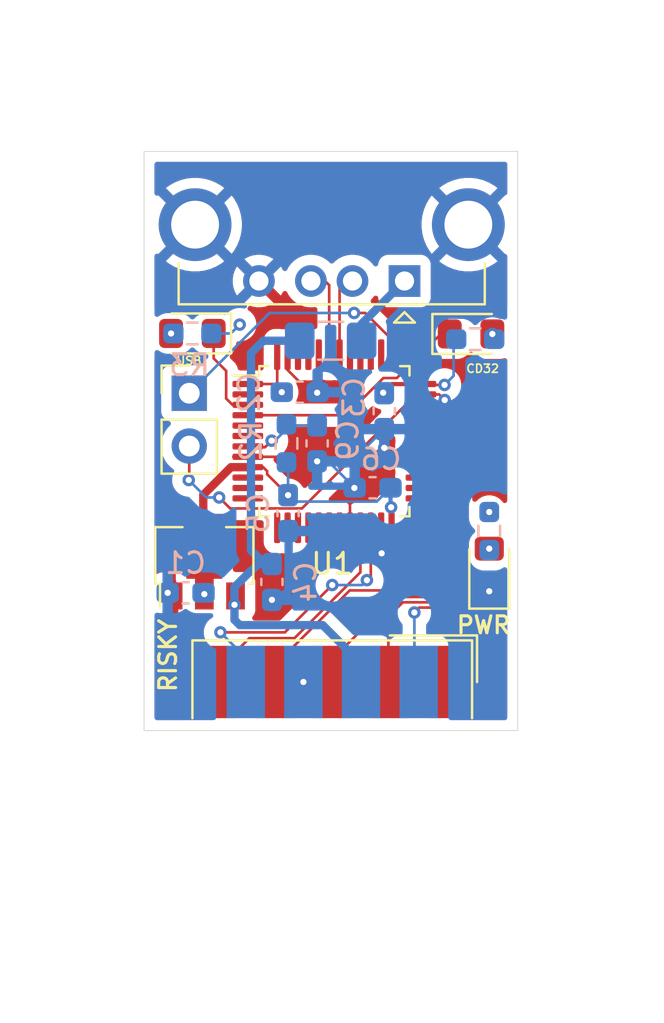
<source format=kicad_pcb>
(kicad_pcb (version 20241229) (generator "pcbnew") (generator_version "9.0")
  (layers (0 "F.Cu" signal "Front") (4 "In1.Cu" signal) (6 "In2.Cu" signal) (2 "B.Cu" signal "Back") (13 "F.Paste" user) (15 "B.Paste" user) (5 "F.SilkS" user "F.Silkscreen") (7 "B.SilkS" user "B.Silkscreen") (1 "F.Mask" user) (3 "B.Mask" user) (25 "Edge.Cuts" user))
  (net 0 "")
  (net 1 "+3.3V")
  (net 2 "GND")
  (net 3 "+5V")
  (net 4 "/NRST")
  (net 5 "Net-(J3-VBUS)")
  (net 6 "/PIN1")
  (net 7 "/PIN2")
  (net 8 "/PIN3")
  (net 9 "/PIN4")
  (net 10 "/PIN5")
  (net 11 "/PIN6")
  (net 12 "/PIN9")
  (net 13 "/SWDIO")
  (net 14 "/SWCLK")
  (net 15 "/USB_DM")
  (net 16 "/USB_DP")
  (net 18 "Net-(D1-A)")
  (net 25 "/LED2")
  (net 26 "Net-(D3-A)")
  (net 27 "unconnected-(U1-OSC_IN_PD0-Pad5)")
  (net 30 "unconnected-(U1-PA2_ADC2-Pad12)")
  (net 40 "/LED1")
  (net 41 "Net-(D2-A)")
  (footprint "LED_SMD:LED_0805_2012Metric_Pad1.15x1.40mm_HandSolder" (layer "F.Cu") (at 123.45 85 180)
    (property "Reference" "D2" (hide yes))
    (property "Value" "LED")
    (fp_line (start 1 -0.96) (end -1.86 -0.96) (stroke (width 0.12)) (layer "F.SilkS"))
    (fp_line (start -1.86 0.96) (end 1 0.96) (stroke (width 0.12)) (layer "F.SilkS"))
    (fp_line (start -1.86 -0.96) (end -1.86 0.96) (stroke (width 0.12)) (layer "F.SilkS"))
    (pad "1" smd roundrect (at -1.025 0 180) (size 1.15 1.4) (layers "F.Cu" "F.Mask" "F.Paste") (roundrect_rratio 0.2173913043) (net 40 "/LED1"))
    (pad "2" smd roundrect (at 1.025 0 180) (size 1.15 1.4) (layers "F.Cu" "F.Mask" "F.Paste") (roundrect_rratio 0.2173913043) (net 41 "Net-(D2-A)"))
  )
  (footprint "LED_SMD:LED_0805_2012Metric_Pad1.15x1.40mm_HandSolder" (layer "F.Cu") (at 137.725 96.375 90)
    (property "Reference" "D1" (hide yes))
    (property "Value" "LED" (hide yes))
    (fp_line (start 1 -0.96) (end -1.86 -0.96) (stroke (width 0.12)) (layer "F.SilkS"))
    (fp_line (start -1.86 -0.96) (end -1.86 0.96) (stroke (width 0.12)) (layer "F.SilkS"))
    (fp_line (start -1.86 0.96) (end 1 0.96) (stroke (width 0.12)) (layer "F.SilkS"))
    (pad "1" smd roundrect (at -1.025 0 90) (size 1.15 1.4) (layers "F.Cu" "F.Mask" "F.Paste") (roundrect_rratio 0.2173913043) (net 2 "GND"))
    (pad "2" smd roundrect (at 1.025 0 90) (size 1.15 1.4) (layers "F.Cu" "F.Mask" "F.Paste") (roundrect_rratio 0.2173913043) (net 18 "Net-(D1-A)"))
  )
  (footprint "LED_SMD:LED_0805_2012Metric_Pad1.15x1.40mm_HandSolder" (layer "F.Cu") (at 136.85 85.025)
    (property "Reference" "D3" (hide yes))
    (property "Value" "LED" (hide yes))
    (fp_line (start -1.86 -0.96) (end -1.86 0.96) (stroke (width 0.12)) (layer "F.SilkS"))
    (fp_line (start -1.86 0.96) (end 1 0.96) (stroke (width 0.12)) (layer "F.SilkS"))
    (fp_line (start 1 -0.96) (end -1.86 -0.96) (stroke (width 0.12)) (layer "F.SilkS"))
    (pad "1" smd roundrect (at -1.025 0) (size 1.15 1.4) (layers "F.Cu" "F.Mask" "F.Paste") (roundrect_rratio 0.217391) (net 25 "/LED2"))
    (pad "2" smd roundrect (at 1.025 0) (size 1.15 1.4) (layers "F.Cu" "F.Mask" "F.Paste") (roundrect_rratio 0.217391) (net 26 "Net-(D3-A)"))
  )
  (footprint "Connector_USB:USB_A_CONNFLY_DS1095-WNR0" (layer "F.Cu") (at 133.65 82.4775 180)
    (property "Reference" "J3" (hide yes))
    (property "Value" "USB_1" (hide yes))
    (fp_line (start 10.86 0.86) (end 10.86 -1.12) (stroke (width 0.12)) (layer "F.SilkS"))
    (fp_line (start 0.5 -2) (end -0.5 -2) (stroke (width 0.12)) (layer "F.SilkS"))
    (fp_line (start 0 -1.5) (end 0.5 -2) (stroke (width 0.12)) (layer "F.SilkS"))
    (fp_line (start -0.5 -2) (end 0 -1.5) (stroke (width 0.12)) (layer "F.SilkS"))
    (fp_line (start -3.86 -1.12) (end 10.86 -1.12) (stroke (width 0.12)) (layer "F.SilkS"))
    (fp_line (start -3.86 -1.12) (end -3.86 0.86) (stroke (width 0.12)) (layer "F.SilkS"))
    (pad "1" thru_hole rect (at 0 0 180) (size 1.524 1.524) (drill 0.92) (layers "*.Cu" "*.Mask") (net 5 "Net-(J3-VBUS)"))
    (pad "2" thru_hole circle (at 2.5 0 180) (size 1.524 1.524) (drill 0.92) (layers "*.Cu" "*.Mask") (net 15 "/USB_DM"))
    (pad "3" thru_hole circle (at 4.5 0 180) (size 1.524 1.524) (drill 0.92) (layers "*.Cu" "*.Mask") (net 16 "/USB_DP"))
    (pad "4" thru_hole circle (at 7 0 180) (size 1.524 1.524) (drill 0.92) (layers "*.Cu" "*.Mask") (net 2 "GND"))
    (pad "5" thru_hole circle (at -3.07 2.71 180) (size 3.5 3.5) (drill 2.3) (layers "*.Cu" "*.Mask") (net 2 "GND"))
    (pad "5" thru_hole circle (at 10.07 2.71 180) (size 3.5 3.5) (drill 2.3) (layers "*.Cu" "*.Mask") (net 2 "GND"))
  )
  (footprint "Connector_Dsub:DSUB-9_Female_EdgeMount_P2.77mm" (layer "F.Cu") (at 130.175 101.7625)
    (property "Reference" "J1" (hide yes))
    (property "Value" "DE9_Plug" (hide yes))
    (fp_line (start -6.723333 -2) (end -6.723333 1.74) (stroke (width 0.12)) (layer "F.SilkS"))
    (fp_line (start 6.723333 -2) (end -6.723333 -2) (stroke (width 0.12)) (layer "F.SilkS"))
    (fp_line (start 6.723333 1.74) (end 6.723333 -2) (stroke (width 0.12)) (layer "F.SilkS"))
    (fp_line (start 6.963333 -2.24) (end 2.77 -2.24) (stroke (width 0.12)) (layer "F.SilkS"))
    (fp_line (start 6.963333 0) (end 6.963333 -2.24) (stroke (width 0.12)) (layer "F.SilkS"))
    (pad "1" smd rect (at 5.54 0) (size 1.846667 3.48) (layers "F.Cu" "F.Mask" "F.Paste") (net 6 "/PIN1"))
    (pad "2" smd rect (at 2.77 0) (size 1.846667 3.48) (layers "F.Cu" "F.Mask" "F.Paste") (net 7 "/PIN2"))
    (pad "3" smd rect (at 0 0) (size 1.846667 3.48) (layers "F.Cu" "F.Mask" "F.Paste") (net 8 "/PIN3"))
    (pad "4" smd rect (at -2.77 0) (size 1.846667 3.48) (layers "F.Cu" "F.Mask" "F.Paste") (net 9 "/PIN4"))
    (pad "5" smd rect (at -5.54 0) (size 1.846667 3.48) (layers "F.Cu" "F.Mask" "F.Paste") (net 10 "/PIN5"))
    (pad "6" smd rect (at 4.155 0) (size 1.846667 3.48) (layers "B.Cu" "B.Mask" "B.Paste") (net 11 "/PIN6"))
    (pad "7" smd rect (at 1.385 0) (size 1.846667 3.48) (layers "B.Cu" "B.Mask" "B.Paste") (net 3 "+5V"))
    (pad "8" smd rect (at -1.385 0) (size 1.846667 3.48) (layers "B.Cu" "B.Mask" "B.Paste") (net 2 "GND"))
    (pad "9" smd rect (at -4.155 0) (size 1.846667 3.48) (layers "B.Cu" "B.Mask" "B.Paste") (net 12 "/PIN9"))
  )
  (footprint "Package_QFP:LQFP-48_7x7mm_P0.5mm" (layer "F.Cu") (at 130.2788 90.1822)
    (property "Reference" "U1" (at -0.1038 5.8928 0) (layer "F.SilkS"))
    (property "Value" "CH32V203C8T6" (hide yes))
    (fp_line (start -3.61 -3.61) (end -3.61 -3.16) (stroke (width 0.12)) (layer "F.SilkS"))
    (fp_line (start -3.61 -3.16) (end -4.9 -3.16) (stroke (width 0.12)) (layer "F.SilkS"))
    (fp_line (start -3.61 3.61) (end -3.61 3.16) (stroke (width 0.12)) (layer "F.SilkS"))
    (fp_line (start -3.16 -3.61) (end -3.61 -3.61) (stroke (width 0.12)) (layer "F.SilkS"))
    (fp_line (start -3.16 3.61) (end -3.61 3.61) (stroke (width 0.12)) (layer "F.SilkS"))
    (fp_line (start 3.16 -3.61) (end 3.61 -3.61) (stroke (width 0.12)) (layer "F.SilkS"))
    (fp_line (start 3.16 3.61) (end 3.61 3.61) (stroke (width 0.12)) (layer "F.SilkS"))
    (fp_line (start 3.61 -3.61) (end 3.61 -3.16) (stroke (width 0.12)) (layer "F.SilkS"))
    (fp_line (start 3.61 3.61) (end 3.61 3.16) (stroke (width 0.12)) (layer "F.SilkS"))
    (pad "1" smd roundrect (at -4.1625 -2.75) (size 1.475 0.3) (layers "F.Cu" "F.Mask" "F.Paste") (net 1 "+3.3V"))
    (pad "2" smd roundrect (at -4.1625 -2.25) (size 1.475 0.3) (layers "F.Cu" "F.Mask" "F.Paste"))
    (pad "3" smd roundrect (at -4.1625 -1.75) (size 1.475 0.3) (layers "F.Cu" "F.Mask" "F.Paste") (net 40 "/LED1"))
    (pad "4" smd roundrect (at -4.1625 -1.25) (size 1.475 0.3) (layers "F.Cu" "F.Mask" "F.Paste") (net 25 "/LED2"))
    (pad "5" smd roundrect (at -4.1625 -0.75) (size 1.475 0.3) (layers "F.Cu" "F.Mask" "F.Paste") (net 27 "unconnected-(U1-OSC_IN_PD0-Pad5)"))
    (pad "6" smd roundrect (at -4.1625 -0.25) (size 1.475 0.3) (layers "F.Cu" "F.Mask" "F.Paste"))
    (pad "7" smd roundrect (at -4.1625 0.25) (size 1.475 0.3) (layers "F.Cu" "F.Mask" "F.Paste") (net 4 "/NRST"))
    (pad "8" smd roundrect (at -4.1625 0.75) (size 1.475 0.3) (layers "F.Cu" "F.Mask" "F.Paste") (net 2 "GND"))
    (pad "9" smd roundrect (at -4.1625 1.25) (size 1.475 0.3) (layers "F.Cu" "F.Mask" "F.Paste") (net 1 "+3.3V"))
    (pad "10" smd roundrect (at -4.1625 1.75) (size 1.475 0.3) (layers "F.Cu" "F.Mask" "F.Paste"))
    (pad "11" smd roundrect (at -4.1625 2.25) (size 1.475 0.3) (layers "F.Cu" "F.Mask" "F.Paste"))
    (pad "12" smd roundrect (at -4.1625 2.75) (size 1.475 0.3) (layers "F.Cu" "F.Mask" "F.Paste") (net 30 "unconnected-(U1-PA2_ADC2-Pad12)"))
    (pad "13" smd roundrect (at -2.75 4.1625) (size 0.3 1.475) (layers "F.Cu" "F.Mask" "F.Paste"))
    (pad "14" smd roundrect (at -2.25 4.1625) (size 0.3 1.475) (layers "F.Cu" "F.Mask" "F.Paste"))
    (pad "15" smd roundrect (at -1.75 4.1625) (size 0.3 1.475) (layers "F.Cu" "F.Mask" "F.Paste"))
    (pad "16" smd roundrect (at -1.25 4.1625) (size 0.3 1.475) (layers "F.Cu" "F.Mask" "F.Paste"))
    (pad "17" smd roundrect (at -0.75 4.1625) (size 0.3 1.475) (layers "F.Cu" "F.Mask" "F.Paste"))
    (pad "18" smd roundrect (at -0.25 4.1625) (size 0.3 1.475) (layers "F.Cu" "F.Mask" "F.Paste"))
    (pad "19" smd roundrect (at 0.25 4.1625) (size 0.3 1.475) (layers "F.Cu" "F.Mask" "F.Paste"))
    (pad "20" smd roundrect (at 0.75 4.1625) (size 0.3 1.475) (layers "F.Cu" "F.Mask" "F.Paste") (net 2 "GND"))
    (pad "21" smd roundrect (at 1.25 4.1625) (size 0.3 1.475) (layers "F.Cu" "F.Mask" "F.Paste") (net 10 "/PIN5"))
    (pad "22" smd roundrect (at 1.75 4.1625) (size 0.3 1.475) (layers "F.Cu" "F.Mask" "F.Paste") (net 12 "/PIN9"))
    (pad "23" smd roundrect (at 2.25 4.1625) (size 0.3 1.475) (layers "F.Cu" "F.Mask" "F.Paste") (net 2 "GND"))
    (pad "24" smd roundrect (at 2.75 4.1625) (size 0.3 1.475) (layers "F.Cu" "F.Mask" "F.Paste") (net 1 "+3.3V"))
    (pad "25" smd roundrect (at 4.1625 2.75) (size 1.475 0.3) (layers "F.Cu" "F.Mask" "F.Paste") (net 9 "/PIN4"))
    (pad "26" smd roundrect (at 4.1625 2.25) (size 1.475 0.3) (layers "F.Cu" "F.Mask" "F.Paste") (net 8 "/PIN3"))
    (pad "27" smd roundrect (at 4.1625 1.75) (size 1.475 0.3) (layers "F.Cu" "F.Mask" "F.Paste") (net 7 "/PIN2"))
    (pad "28" smd roundrect (at 4.1625 1.25) (size 1.475 0.3) (layers "F.Cu" "F.Mask" "F.Paste") (net 11 "/PIN6"))
    (pad "29" smd roundrect (at 4.1625 0.75) (size 1.475 0.3) (layers "F.Cu" "F.Mask" "F.Paste") (net 6 "/PIN1"))
    (pad "30" smd roundrect (at 4.1625 0.25) (size 1.475 0.3) (layers "F.Cu" "F.Mask" "F.Paste"))
    (pad "31" smd roundrect (at 4.1625 -0.25) (size 1.475 0.3) (layers "F.Cu" "F.Mask" "F.Paste"))
    (pad "32" smd roundrect (at 4.1625 -0.75) (size 1.475 0.3) (layers "F.Cu" "F.Mask" "F.Paste"))
    (pad "33" smd roundrect (at 4.1625 -1.25) (size 1.475 0.3) (layers "F.Cu" "F.Mask" "F.Paste"))
    (pad "34" smd roundrect (at 4.1625 -1.75) (size 1.475 0.3) (layers "F.Cu" "F.Mask" "F.Paste") (net 13 "/SWDIO"))
    (pad "35" smd roundrect (at 4.1625 -2.25) (size 1.475 0.3) (layers "F.Cu" "F.Mask" "F.Paste") (net 2 "GND"))
    (pad "36" smd roundrect (at 4.1625 -2.75) (size 1.475 0.3) (layers "F.Cu" "F.Mask" "F.Paste") (net 1 "+3.3V"))
    (pad "37" smd roundrect (at 2.75 -4.1625) (size 0.3 1.475) (layers "F.Cu" "F.Mask" "F.Paste") (net 14 "/SWCLK"))
    (pad "38" smd roundrect (at 2.25 -4.1625) (size 0.3 1.475) (layers "F.Cu" "F.Mask" "F.Paste"))
    (pad "39" smd roundrect (at 1.75 -4.1625) (size 0.3 1.475) (layers "F.Cu" "F.Mask" "F.Paste"))
    (pad "40" smd roundrect (at 1.25 -4.1625) (size 0.3 1.475) (layers "F.Cu" "F.Mask" "F.Paste"))
    (pad "41" smd roundrect (at 0.75 -4.1625) (size 0.3 1.475) (layers "F.Cu" "F.Mask" "F.Paste"))
    (pad "42" smd roundrect (at 0.25 -4.1625) (size 0.3 1.475) (layers "F.Cu" "F.Mask" "F.Paste") (net 15 "/USB_DM"))
    (pad "43" smd roundrect (at -0.25 -4.1625) (size 0.3 1.475) (layers "F.Cu" "F.Mask" "F.Paste") (net 16 "/USB_DP"))
    (pad "44" smd roundrect (at -0.75 -4.1625) (size 0.3 1.475) (layers "F.Cu" "F.Mask" "F.Paste") (net 2 "GND"))
    (pad "45" smd roundrect (at -1.25 -4.1625) (size 0.3 1.475) (layers "F.Cu" "F.Mask" "F.Paste"))
    (pad "46" smd roundrect (at -1.75 -4.1625) (size 0.3 1.475) (layers "F.Cu" "F.Mask" "F.Paste"))
    (pad "47" smd roundrect (at -2.25 -4.1625) (size 0.3 1.475) (layers "F.Cu" "F.Mask" "F.Paste") (net 2 "GND"))
    (pad "48" smd roundrect (at -2.75 -4.1625) (size 0.3 1.475) (layers "F.Cu" "F.Mask" "F.Paste") (net 1 "+3.3V"))
  )
  (footprint "Package_TO_SOT_SMD:SOT-89-3" (layer "F.Cu") (at 124.025 95.675 90)
    (property "Reference" "U2" (hide yes))
    (property "Value" "LM1117MP-3.3" (hide yes))
    (fp_line (start 1.36 -2.36) (end 1.36 -1.05) (stroke (width 0.12)) (layer "F.SilkS"))
    (fp_line (start -1.36 -2.36) (end 1.36 -2.36) (stroke (width 0.12)) (layer "F.SilkS"))
    (fp_line (start -1.36 -2.36) (end -1.36 -2.13) (stroke (width 0.12)) (layer "F.SilkS"))
    (fp_line (start -2.5 -2.13) (end -1.36 -2.13) (stroke (width 0.12)) (layer "F.SilkS"))
    (fp_line (start 1.36 1.05) (end 1.36 2.36) (stroke (width 0.12)) (layer "F.SilkS"))
    (fp_line (start 1.36 2.36) (end -1.36 2.36) (stroke (width 0.12)) (layer "F.SilkS"))
    (fp_line (start -1.36 2.36) (end -1.36 2.13) (stroke (width 0.12)) (layer "F.SilkS"))
    (pad "1" smd rect (at -1.95 -1.5 90) (size 1.3 0.9) (layers "F.Cu" "F.Mask" "F.Paste") (net 2 "GND"))
    (pad "2" smd custom (at -1.8625 0 90) (size 1.475 0.9) (layers "F.Cu" "F.Mask" "F.Paste") (net 1 "+3.3V") (options (clearance outline) (anchor rect)) (primitives (gr_poly (pts (xy 3.8625 0.8665) (xy 0.7375 0.8665) (xy 0.7375 -0.8665) (xy 3.8625 -0.8665)) (width 0) (fill yes))))
    (pad "3" smd rect (at -1.95 1.5 90) (size 1.3 0.9) (layers "F.Cu" "F.Mask" "F.Paste") (net 3 "+5V"))
  )
  (footprint "Connector_PinHeader_2.54mm:PinHeader_1x02_P2.54mm_Vertical" (layer "F.Cu") (at 123.3 87.875)
    (property "Reference" "J2" (hide yes))
    (property "Value" "Conn_01x02" (hide yes))
    (fp_line (start -1.33 -1.33) (end 0 -1.33) (stroke (width 0.12)) (layer "F.SilkS"))
    (fp_line (start -1.33 0) (end -1.33 -1.33) (stroke (width 0.12)) (layer "F.SilkS"))
    (fp_line (start -1.33 1.27) (end -1.33 3.87) (stroke (width 0.12)) (layer "F.SilkS"))
    (fp_line (start -1.33 1.27) (end 1.33 1.27) (stroke (width 0.12)) (layer "F.SilkS"))
    (fp_line (start -1.33 3.87) (end 1.33 3.87) (stroke (width 0.12)) (layer "F.SilkS"))
    (fp_line (start 1.33 1.27) (end 1.33 3.87) (stroke (width 0.12)) (layer "F.SilkS"))
    (pad "1" thru_hole rect (at 0 0) (size 1.7 1.7) (drill 1) (layers "*.Cu" "*.Mask") (net 14 "/SWCLK"))
    (pad "2" thru_hole oval (at 0 2.54) (size 1.7 1.7) (drill 1) (layers "*.Cu" "*.Mask") (net 13 "/SWDIO"))
  )
  (footprint "Resistor_SMD:R_0603_1608Metric_Pad0.98x0.95mm_HandSolder" (layer "B.Cu") (at 137.725 94.5 90)
    (property "Reference" "R1" (hide yes))
    (property "Value" "2.2k")
    (fp_line (start -0.254724 -0.5225) (end 0.254724 -0.5225) (stroke (width 0.12)) (layer "B.SilkS"))
    (fp_line (start -0.254724 0.5225) (end 0.254724 0.5225) (stroke (width 0.12)) (layer "B.SilkS"))
    (pad "1" smd roundrect (at -0.9125 0 90) (size 0.975 0.95) (layers "B.Cu" "B.Mask" "B.Paste") (net 18 "Net-(D1-A)"))
    (pad "2" smd roundrect (at 0.9125 0 90) (size 0.975 0.95) (layers "B.Cu" "B.Mask" "B.Paste") (net 1 "+3.3V"))
  )
  (footprint "Capacitor_SMD:C_0603_1608Metric_Pad1.08x0.95mm_HandSolder" (layer "B.Cu") (at 128.611 87.8237)
    (property "Reference" "C2" (at -2.436 0.0263 90) (layer "B.SilkS") (effects (justify mirror)))
    (property "Value" "C")
    (fp_line (start -0.146267 -0.51) (end 0.146267 -0.51) (stroke (width 0.12)) (layer "B.SilkS"))
    (fp_line (start -0.146267 0.51) (end 0.146267 0.51) (stroke (width 0.12)) (layer "B.SilkS"))
    (pad "1" smd roundrect (at -0.8625 0) (size 1.075 0.95) (layers "B.Cu" "B.Mask" "B.Paste") (net 1 "+3.3V"))
    (pad "2" smd roundrect (at 0.8625 0) (size 1.075 0.95) (layers "B.Cu" "B.Mask" "B.Paste") (net 2 "GND"))
  )
  (footprint "Fuse:Fuse_1206_3216Metric_Pad1.42x1.75mm_HandSolder" (layer "B.Cu") (at 130.1 85.35 180)
    (property "Reference" "F1" (hide yes))
    (property "Value" "Fuse" (hide yes))
    (fp_line (start -0.602064 0.91) (end 0.602064 0.91) (stroke (width 0.12)) (layer "B.SilkS"))
    (fp_line (start -0.602064 -0.91) (end 0.602064 -0.91) (stroke (width 0.12)) (layer "B.SilkS"))
    (pad "1" smd roundrect (at -1.4875 0 180) (size 1.425 1.75) (layers "B.Cu" "B.Mask" "B.Paste") (roundrect_rratio 0.1754392982) (net 5 "Net-(J3-VBUS)"))
    (pad "2" smd roundrect (at 1.4875 0 180) (size 1.425 1.75) (layers "B.Cu" "B.Mask" "B.Paste") (roundrect_rratio 0.1754392982) (net 3 "+5V"))
  )
  (footprint "Resistor_SMD:R_0603_1608Metric_Pad0.98x0.95mm_HandSolder" (layer "B.Cu") (at 123.45 85)
    (property "Reference" "R3" (at -0.1375 1.525 0) (layer "B.SilkS") (effects (justify mirror)))
    (property "Value" "2.2k")
    (fp_line (start -0.254724 -0.5225) (end 0.254724 -0.5225) (stroke (width 0.12)) (layer "B.SilkS"))
    (fp_line (start -0.254724 0.5225) (end 0.254724 0.5225) (stroke (width 0.12)) (layer "B.SilkS"))
    (pad "1" smd roundrect (at -0.9125 0) (size 0.975 0.95) (layers "B.Cu" "B.Mask" "B.Paste") (net 41 "Net-(D2-A)"))
    (pad "2" smd roundrect (at 0.9125 0) (size 0.975 0.95) (layers "B.Cu" "B.Mask" "B.Paste") (net 1 "+3.3V"))
  )
  (footprint "Capacitor_SMD:C_0603_1608Metric_Pad1.08x0.95mm_HandSolder" (layer "B.Cu") (at 123.125 97.475 180)
    (property "Reference" "C1" (at 0 1.43 0) (layer "B.SilkS") (effects (justify mirror)))
    (property "Value" "C")
    (fp_line (start -0.146267 0.51) (end 0.146267 0.51) (stroke (width 0.12)) (layer "B.SilkS"))
    (fp_line (start -0.146267 -0.51) (end 0.146267 -0.51) (stroke (width 0.12)) (layer "B.SilkS"))
    (pad "1" smd roundrect (at -0.8625 0 180) (size 1.075 0.95) (layers "B.Cu" "B.Mask" "B.Paste") (net 1 "+3.3V"))
    (pad "2" smd roundrect (at 0.8625 0 180) (size 1.075 0.95) (layers "B.Cu" "B.Mask" "B.Paste") (net 2 "GND"))
  )
  (footprint "Capacitor_SMD:C_0603_1608Metric_Pad1.08x0.95mm_HandSolder" (layer "B.Cu") (at 132.1162 92.4211 180)
    (property "Reference" "C6" (at -0.4064 1.3716 0) (layer "B.SilkS") (effects (justify mirror)))
    (property "Value" "C")
    (fp_line (start -0.146267 0.51) (end 0.146267 0.51) (stroke (width 0.12)) (layer "B.SilkS"))
    (fp_line (start -0.146267 -0.51) (end 0.146267 -0.51) (stroke (width 0.12)) (layer "B.SilkS"))
    (pad "1" smd roundrect (at -0.8625 0 180) (size 1.075 0.95) (layers "B.Cu" "B.Mask" "B.Paste") (net 1 "+3.3V"))
    (pad "2" smd roundrect (at 0.8625 0 180) (size 1.075 0.95) (layers "B.Cu" "B.Mask" "B.Paste") (net 2 "GND"))
  )
  (footprint "Resistor_SMD:R_0603_1608Metric_Pad0.98x0.95mm_HandSolder" (layer "B.Cu") (at 137.05 85.275 180)
    (property "Reference" "R4" (hide yes))
    (property "Value" "2.2k" (hide yes))
    (fp_line (start -0.254724 0.5225) (end 0.254724 0.5225) (stroke (width 0.12)) (layer "B.SilkS"))
    (fp_line (start -0.254724 -0.5225) (end 0.254724 -0.5225) (stroke (width 0.12)) (layer "B.SilkS"))
    (pad "1" smd roundrect (at -0.9125 0 180) (size 0.975 0.95) (layers "B.Cu" "B.Mask" "B.Paste") (net 26 "Net-(D3-A)"))
    (pad "2" smd roundrect (at 0.9125 0 180) (size 0.975 0.95) (layers "B.Cu" "B.Mask" "B.Paste") (net 1 "+3.3V"))
  )
  (footprint "Capacitor_SMD:C_0603_1608Metric_Pad1.08x0.95mm_HandSolder" (layer "B.Cu") (at 132.675 88.7381 -90)
    (property "Reference" "C3" (at -0.6604 1.4478 90) (layer "B.SilkS") (effects (justify mirror)))
    (property "Value" "C")
    (fp_line (start -0.146267 0.51) (end 0.146267 0.51) (stroke (width 0.12)) (layer "B.SilkS"))
    (fp_line (start -0.146267 -0.51) (end 0.146267 -0.51) (stroke (width 0.12)) (layer "B.SilkS"))
    (pad "1" smd roundrect (at -0.8625 0 270) (size 1.075 0.95) (layers "B.Cu" "B.Mask" "B.Paste") (net 1 "+3.3V"))
    (pad "2" smd roundrect (at 0.8625 0 270) (size 1.075 0.95) (layers "B.Cu" "B.Mask" "B.Paste") (net 2 "GND"))
  )
  (footprint "Capacitor_SMD:C_0603_1608Metric_Pad1.08x0.95mm_HandSolder" (layer "B.Cu") (at 128.0522 93.6403 -90)
    (property "Reference" "C5" (at 0 1.43 90) (layer "B.SilkS") (effects (justify mirror)))
    (property "Value" "C")
    (fp_line (start -0.146267 0.51) (end 0.146267 0.51) (stroke (width 0.12)) (layer "B.SilkS"))
    (fp_line (start -0.146267 -0.51) (end 0.146267 -0.51) (stroke (width 0.12)) (layer "B.SilkS"))
    (pad "1" smd roundrect (at -0.8625 0 270) (size 1.075 0.95) (layers "B.Cu" "B.Mask" "B.Paste") (net 1 "+3.3V"))
    (pad "2" smd roundrect (at 0.8625 0 270) (size 1.075 0.95) (layers "B.Cu" "B.Mask" "B.Paste") (net 2 "GND"))
  )
  (footprint "Resistor_SMD:R_0603_1608Metric_Pad0.98x0.95mm_HandSolder" (layer "B.Cu") (at 127.976 90.2875 90)
    (property "Reference" "R2" (at 0.1078 -1.7122 270) (layer "B.SilkS") (effects (justify mirror)))
    (property "Value" "R" (hide yes))
    (fp_line (start -0.254724 -0.5225) (end 0.254724 -0.5225) (stroke (width 0.12)) (layer "B.SilkS"))
    (fp_line (start -0.254724 0.5225) (end 0.254724 0.5225) (stroke (width 0.12)) (layer "B.SilkS"))
    (pad "1" smd roundrect (at -0.9125 0 90) (size 0.975 0.95) (layers "B.Cu" "B.Mask" "B.Paste") (net 1 "+3.3V"))
    (pad "2" smd roundrect (at 0.9125 0 90) (size 0.975 0.95) (layers "B.Cu" "B.Mask" "B.Paste") (net 4 "/NRST"))
  )
  (footprint "Capacitor_SMD:C_0603_1608Metric_Pad1.08x0.95mm_HandSolder" (layer "B.Cu") (at 129.4492 90.2875 -90)
    (property "Reference" "C9" (at -0.1524 -1.4732 90) (layer "B.SilkS") (effects (justify mirror)))
    (property "Value" "0.1μF" (hide yes))
    (fp_line (start -0.146267 0.51) (end 0.146267 0.51) (stroke (width 0.12)) (layer "B.SilkS"))
    (fp_line (start -0.146267 -0.51) (end 0.146267 -0.51) (stroke (width 0.12)) (layer "B.SilkS"))
    (pad "1" smd roundrect (at -0.8625 0 270) (size 1.075 0.95) (layers "B.Cu" "B.Mask" "B.Paste") (net 4 "/NRST"))
    (pad "2" smd roundrect (at 0.8625 0 270) (size 1.075 0.95) (layers "B.Cu" "B.Mask" "B.Paste") (net 2 "GND"))
  )
  (footprint "Capacitor_SMD:C_0603_1608Metric_Pad1.08x0.95mm_HandSolder" (layer "B.Cu") (at 127.275 96.95 -90)
    (property "Reference" "C4" (at 0 -1.625 90) (layer "B.SilkS") (effects (justify mirror)))
    (property "Value" "C")
    (fp_line (start -0.146267 0.51) (end 0.146267 0.51) (stroke (width 0.12)) (layer "B.SilkS"))
    (fp_line (start -0.146267 -0.51) (end 0.146267 -0.51) (stroke (width 0.12)) (layer "B.SilkS"))
    (pad "1" smd roundrect (at -0.8625 0 270) (size 1.075 0.95) (layers "B.Cu" "B.Mask" "B.Paste") (net 3 "+5V"))
    (pad "2" smd roundrect (at 0.8625 0 270) (size 1.075 0.95) (layers "B.Cu" "B.Mask" "B.Paste") (net 2 "GND"))
  )
  (gr_rect (start 121.1268 76.2454) (end 139.0932 104.1) (stroke (width 0.0381)) (fill no) (layer "Edge.Cuts"))
  (gr_text "RISKY\n" (at 122.75 102.325 90) (layer "F.SilkS") (effects (font (size 0.8128 0.8128) (thickness 0.1524) (bold yes)) (justify left bottom)))
  (gr_text "PWR" (at 136.075 99.5 0) (layer "F.SilkS") (effects (font (size 0.8128 0.8128) (thickness 0.1524) (bold yes)) (justify left bottom)))
  (gr_text "CD32" (at 136.575 86.925 0) (layer "F.SilkS") (effects (font (size 0.4 0.4) (thickness 0.08) (bold yes)) (justify left bottom)))
  (gr_text "USB\n" (at 122.635 86.545 0) (layer "F.SilkS") (effects (font (size 0.4 0.4) (thickness 0.08) (bold yes)) (justify left bottom)))
  (segment (start 133.0374 87.4359) (end 132.6242 87.8491) (width 0.2) (layer "F.Cu") (net 1))
  (segment (start 127.357 87.4322) (end 126.1163 87.4322) (width 0.127) (layer "F.Cu") (net 1))
  (segment (start 126.720321 91.445921) (end 126.134921 91.445921) (width 0.127) (layer "F.Cu") (net 1))
  (segment (start 127.5288 86.0197) (end 127.5288 87.604) (width 0.127) (layer "F.Cu") (net 1))
  (segment (start 133.0374 94.3484) (end 133.0385 94.3495) (width 0.127) (layer "F.Cu") (net 1))
  (segment (start 134.4841 87.475) (end 134.4413 87.4322) (width 0.127) (layer "F.Cu") (net 1))
  (segment (start 135.575 87.475) (end 134.4841 87.475) (width 0.127) (layer "F.Cu") (net 1))
  (segment (start 127.5288 87.604) (end 127.7485 87.8237) (width 0.127) (layer "F.Cu") (net 1))
  (segment (start 123.975 92.763992) (end 123.975 97.4875) (width 0.4) (layer "F.Cu") (net 1))
  (segment (start 125.306792 91.4322) (end 126.1163 91.4322) (width 0.4) (layer "F.Cu") (net 1))
  (segment (start 126.134921 91.445921) (end 126.1249 91.4359) (width 0.127) (layer "F.Cu") (net 1))
  (segment (start 128.0522 92.7778) (end 127.0453 91.7709) (width 0.127) (layer "F.Cu") (net 1))
  (segment (start 127.0453 91.623701) (end 126.853799 91.4322) (width 0.127) (layer "F.Cu") (net 1))
  (segment (start 127.7485 87.8237) (end 127.357 87.4322) (width 0.127) (layer "F.Cu") (net 1))
  (segment (start 126.853799 91.4322) (end 126.1163 91.4322) (width 0.127) (layer "F.Cu") (net 1))
  (segment (start 134.4499 87.4359) (end 133.0374 87.4359) (width 0.2) (layer "F.Cu") (net 1))
  (segment (start 127.0453 91.7709) (end 127.0453 91.623701) (width 0.127) (layer "F.Cu") (net 1))
  (segment (start 133.0052 94.3162) (end 133.0374 94.3484) (width 0.127) (layer "F.Cu") (net 1))
  (segment (start 123.975 97.4875) (end 124.025 97.5375) (width 0.4) (layer "F.Cu") (net 1))
  (segment (start 133.0052 93.3609) (end 133.0052 94.3162) (width 0.127) (layer "F.Cu") (net 1))
  (segment (start 123.975 92.763992) (end 125.306792 91.4322) (width 0.4) (layer "F.Cu") (net 1))
  (via (at 125.725 84.575) (size 0.6) (drill 0.3) (layers "F.Cu" "B.Cu") (net 1))
  (via (at 127.7485 87.8237) (size 0.6) (drill 0.3) (layers "F.Cu" "B.Cu") (net 1))
  (via (at 132.6242 87.8491) (size 0.6) (drill 0.3) (layers "F.Cu" "B.Cu") (net 1))
  (via (at 133.0052 93.3609) (size 0.6) (drill 0.3) (layers "F.Cu" "B.Cu") (net 1))
  (via (at 137.725 93.5875) (size 0.6) (drill 0.3) (layers "F.Cu" "B.Cu") (net 1))
  (via (at 135.575 87.475) (size 0.6) (drill 0.3) (layers "F.Cu" "B.Cu") (net 1))
  (via (at 124.025 97.5375) (size 0.6) (drill 0.3) (layers "F.Cu" "B.Cu") (net 1))
  (via (at 128.0522 92.7778) (size 0.6) (drill 0.3) (layers "F.Cu" "B.Cu") (net 1))
  (segment (start 135.575 87.475) (end 136.0125 87.0375) (width 0.127) (layer "B.Cu") (net 1))
  (segment (start 136.0125 85.4) (end 136.1375 85.275) (width 0.127) (layer "B.Cu") (net 1))
  (segment (start 128.0522 92.7778) (end 128.0522 91.2762) (width 0.127) (layer "B.Cu") (net 1))
  (segment (start 125.3 85) (end 125.725 84.575) (width 0.127) (layer "B.Cu") (net 1))
  (segment (start 132.9787 92.4211) (end 132.9787 93.3344) (width 0.2) (layer "B.Cu") (net 1))
  (segment (start 128.0522 91.2762) (end 127.976 91.2) (width 0.127) (layer "B.Cu") (net 1))
  (segment (start 128.361 93.0866) (end 132.3132 93.0866) (width 0.127) (layer "B.Cu") (net 1))
  (segment (start 136.0125 87.0375) (end 136.0125 85.4) (width 0.127) (layer "B.Cu") (net 1))
  (segment (start 132.9787 93.3344) (end 133.0052 93.3609) (width 0.2) (layer "B.Cu") (net 1))
  (segment (start 124.3625 85) (end 125.3 85) (width 0.127) (layer "B.Cu") (net 1))
  (segment (start 127.6977 87.8745) (end 127.7485 87.8237) (width 0.2) (layer "B.Cu") (net 1))
  (segment (start 128.0522 92.7778) (end 128.361 93.0866) (width 0.127) (layer "B.Cu") (net 1))
  (segment (start 132.3132 93.0866) (end 132.9787 92.4211) (width 0.127) (layer "B.Cu") (net 1))
  (segment (start 127.6458 87.8745) (end 127.6977 87.8745) (width 0.2) (layer "B.Cu") (net 1))
  (segment (start 127.7485 87.8237) (end 127.7485 87.6994) (width 0.127) (layer "B.Cu") (net 1))
  (segment (start 129.45 87.85) (end 129.5288 87.7712) (width 0.127) (layer "F.Cu") (net 2))
  (segment (start 132.5288 94.3447) (end 132.5288 95.5538) (width 0.127) (layer "F.Cu") (net 2))
  (segment (start 132.5288 95.5538) (end 132.55 95.575) (width 0.127) (layer "F.Cu") (net 2))
  (segment (start 135.31268 87.9322) (end 135.582443 88.201963) (width 0.127) (layer "F.Cu") (net 2))
  (segment (start 129.121601 87.85) (end 128.0288 86.757199) (width 0.127) (layer "F.Cu") (net 2))
  (segment (start 128.0288 86.757199) (end 128.0288 86.0197) (width 0.127) (layer "F.Cu") (net 2))
  (segment (start 129.2314 90.9322) (end 129.4492 91.15) (width 0.127) (layer "F.Cu") (net 2))
  (segment (start 126.1163 90.9322) (end 129.2314 90.9322) (width 0.127) (layer "F.Cu") (net 2))
  (segment (start 125.45823 90.9359) (end 126.1249 90.9359) (width 0.2) (layer "F.Cu") (net 2))
  (segment (start 129.45 87.85) (end 129.121601 87.85) (width 0.127) (layer "F.Cu") (net 2))
  (segment (start 134.4413 87.9322) (end 135.31268 87.9322) (width 0.127) (layer "F.Cu") (net 2))
  (segment (start 131.0288 92.6397) (end 131.2388 92.4297) (width 0.127) (layer "F.Cu") (net 2))
  (segment (start 131.0288 94.3447) (end 131.0288 92.6397) (width 0.127) (layer "F.Cu") (net 2))
  (segment (start 129.5288 87.7712) (end 129.5288 86.0197) (width 0.127) (layer "F.Cu") (net 2))
  (via (at 129.45 87.85) (size 0.6) (drill 0.3) (layers "F.Cu" "B.Cu") (net 2))
  (via (at 137.725 97.4) (size 0.6) (drill 0.3) (layers "F.Cu" "B.Cu") (net 2))
  (via (at 132.675 90.5) (size 0.6) (drill 0.3) (layers "F.Cu" "B.Cu") (net 2))
  (via (at 122.2625 97.475) (size 0.6) (drill 0.3) (layers "F.Cu" "B.Cu") (net 2))
  (via (at 135.582443 88.201963) (size 0.6) (drill 0.3) (layers "F.Cu" "B.Cu") (net 2))
  (via (at 128.79 101.7625) (size 0.6) (drill 0.3) (layers "F.Cu" "B.Cu") (net 2))
  (via (at 129.4492 91.15) (size 0.6) (drill 0.3) (layers "F.Cu" "B.Cu") (net 2))
  (via (at 127.275 97.8125) (size 0.6) (drill 0.3) (layers "F.Cu" "B.Cu") (net 2))
  (via (at 132.55 95.575) (size 0.6) (drill 0.3) (layers "F.Cu" "B.Cu") (net 2))
  (via (at 131.2388 92.4297) (size 0.6) (drill 0.3) (layers "F.Cu" "B.Cu") (net 2))
  (segment (start 131.2537 91.0219) (end 132.675 89.6006) (width 0.127) (layer "B.Cu") (net 2))
  (segment (start 131.2388 92.4297) (end 131.2388 92.4062) (width 0.127) (layer "B.Cu") (net 2))
  (segment (start 129.9826 91.15) (end 129.4492 91.15) (width 0.127) (layer "B.Cu") (net 2))
  (segment (start 129.4735 87.8265) (end 129.45 87.85) (width 0.127) (layer "B.Cu") (net 2))
  (segment (start 131.2537 92.4211) (end 131.2623 92.4297) (width 0.127) (layer "B.Cu") (net 2))
  (segment (start 128.078 94.5286) (end 128.078 97.3595) (width 0.4) (layer "B.Cu") (net 2))
  (segment (start 129.4735 87.8237) (end 129.4735 87.8265) (width 0.127) (layer "B.Cu") (net 2))
  (segment (start 128.0522 94.5028) (end 128.078 94.5286) (width 0.4) (layer "B.Cu") (net 2))
  (segment (start 131.2623 92.4297) (end 131.2388 92.4297) (width 0.127) (layer "B.Cu") (net 2))
  (segment (start 132.675 89.6006) (end 132.675 90.5) (width 0.127) (layer "B.Cu") (net 2))
  (segment (start 131.2537 92.4211) (end 131.2537 91.0219) (width 0.127) (layer "B.Cu") (net 2))
  (segment (start 131.2388 92.4062) (end 129.9826 91.15) (width 0.127) (layer "B.Cu") (net 2))
  (segment (start 128.078 97.3595) (end 127.275 98.1625) (width 0.4) (layer "B.Cu") (net 2))
  (via (at 125.475 98.05) (size 0.6) (drill 0.3) (layers "F.Cu" "B.Cu") (net 3))
  (segment (start 125.475 98.05) (end 125.475 97.2) (width 0.4) (layer "B.Cu") (net 3))
  (segment (start 126.2692 85.9433) (end 126.8625 85.35) (width 0.4) (layer "B.Cu") (net 3))
  (segment (start 131.46 100.770833) (end 129.717167 99.028) (width 0.4) (layer "B.Cu") (net 3))
  (segment (start 131.46 101.5875) (end 131.46 100.770833) (width 0.4) (layer "B.Cu") (net 3))
  (segment (start 127.275 96.0875) (end 126.925 96.0875) (width 0.4) (layer "B.Cu") (net 3))
  (segment (start 126.2692 95.4317) (end 126.2692 85.9433) (width 0.4) (layer "B.Cu") (net 3))
  (segment (start 125.475 97.2) (end 126.25 96.425) (width 0.4) (layer "B.Cu") (net 3))
  (segment (start 126.8625 85.35) (end 128.6125 85.35) (width 0.4) (layer "B.Cu") (net 3))
  (segment (start 125.728 99.028) (end 125.475 98.775) (width 0.4) (layer "B.Cu") (net 3))
  (segment (start 126.925 96.0875) (end 126.2692 95.4317) (width 0.4) (layer "B.Cu") (net 3))
  (segment (start 126.6125 96.0875) (end 127.275 96.0875) (width 0.4) (layer "B.Cu") (net 3))
  (segment (start 129.717167 99.028) (end 125.728 99.028) (width 0.4) (layer "B.Cu") (net 3))
  (segment (start 125.475 98.775) (end 125.475 98.05) (width 0.4) (layer "B.Cu") (net 3))
  (segment (start 126.2625 96.4375) (end 126.6125 96.0875) (width 0.4) (layer "B.Cu") (net 3))
  (segment (start 126.25 96.425) (end 126.2625 96.4375) (width 0.4) (layer "B.Cu") (net 3))
  (segment (start 126.943902 90.471367) (end 126.160367 90.471367) (width 0.127) (layer "F.Cu") (net 4))
  (segment (start 127.259419 90.15585) (end 126.943902 90.471367) (width 0.127) (layer "F.Cu") (net 4))
  (segment (start 126.160367 90.471367) (end 126.1249 90.4359) (width 0.127) (layer "F.Cu") (net 4))
  (via (at 127.259419 90.15585) (size 0.6) (drill 0.3) (layers "F.Cu" "B.Cu") (net 4))
  (segment (start 127.976 89.600218) (end 127.976 89.375) (width 0.127) (layer "B.Cu") (net 4))
  (segment (start 128.026 89.425) (end 127.976 89.375) (width 0.127) (layer "B.Cu") (net 4))
  (segment (start 127.420368 90.15585) (end 127.976 89.600218) (width 0.127) (layer "B.Cu") (net 4))
  (segment (start 129.5 89.425) (end 128.026 89.425) (width 0.127) (layer "B.Cu") (net 4))
  (segment (start 127.259419 90.15585) (end 127.420368 90.15585) (width 0.127) (layer "B.Cu") (net 4))
  (segment (start 131.5875 85.35) (end 131.5875 84.54) (width 0.4) (layer "B.Cu") (net 5))
  (segment (start 131.5875 84.54) (end 133.65 82.4775) (width 0.4) (layer "B.Cu") (net 5))
  (segment (start 136.3415 92.0415) (end 135.2322 90.9322) (width 0.127) (layer "F.Cu") (net 6))
  (segment (start 135.615 101.5875) (end 136.3415 100.861) (width 0.127) (layer "F.Cu") (net 6))
  (segment (start 136.3415 100.861) (end 136.3415 92.0415) (width 0.127) (layer "F.Cu") (net 6))
  (segment (start 135.2322 90.9322) (end 134.4413 90.9322) (width 0.127) (layer "F.Cu") (net 6))
  (segment (start 135.3178 91.9322) (end 134.4413 91.9322) (width 0.127) (layer "F.Cu") (net 7))
  (segment (start 132.875 100.740833) (end 132.875 98.625) (width 0.127) (layer "F.Cu") (net 7))
  (segment (start 134.801458 97.929999) (end 135.6253 97.106157) (width 0.127) (layer "F.Cu") (net 7))
  (segment (start 132.875 98.625) (end 133.57 97.93) (width 0.127) (layer "F.Cu") (net 7))
  (segment (start 132.845 101.5875) (end 132.845 100.770833) (width 0.127) (layer "F.Cu") (net 7))
  (segment (start 132.845 100.770833) (end 132.875 100.740833) (width 0.127) (layer "F.Cu") (net 7))
  (segment (start 133.57 97.93) (end 134.801458 97.929999) (width 0.127) (layer "F.Cu") (net 7))
  (segment (start 135.6253 97.106157) (end 135.6253 92.2253) (width 0.127) (layer "F.Cu") (net 7))
  (segment (start 135.6253 92.2253) (end 135.325 91.925) (width 0.127) (layer "F.Cu") (net 7))
  (segment (start 135.325 91.925) (end 135.3178 91.9322) (width 0.127) (layer "F.Cu") (net 7))
  (segment (start 135.3703 92.744734) (end 135.3703 97.000533) (width 0.127) (layer "F.Cu") (net 8))
  (segment (start 133.170833 97.675) (end 134.695833 97.675) (width 0.127) (layer "F.Cu") (net 8))
  (segment (start 135.057766 92.4322) (end 135.3703 92.744734) (width 0.127) (layer "F.Cu") (net 8))
  (segment (start 130.075 101.5875) (end 130.075 100.770833) (width 0.127) (layer "F.Cu") (net 8))
  (segment (start 130.075 100.770833) (end 133.170833 97.675) (width 0.127) (layer "F.Cu") (net 8))
  (segment (start 134.695833 97.675) (end 135.3703 97.000533) (width 0.127) (layer "F.Cu") (net 8))
  (segment (start 134.4413 92.4322) (end 135.057766 92.4322) (width 0.127) (layer "F.Cu") (net 8))
  (segment (start 127.305 101.07) (end 127.305 101.5875) (width 0.127) (layer "F.Cu") (net 9))
  (segment (start 134.391976 97.358024) (end 131.016976 97.358024) (width 0.127) (layer "F.Cu") (net 9))
  (segment (start 131.016976 97.358024) (end 127.305 101.07) (width 0.127) (layer "F.Cu") (net 9))
  (segment (start 134.4413 97.3087) (end 134.391976 97.358024) (width 0.127) (layer "F.Cu") (net 9))
  (segment (start 134.4413 97.3087) (end 134.4413 92.9322) (width 0.127) (layer "F.Cu") (net 9))
  (segment (start 131.5288 96.485576) (end 128.358376 99.656) (width 0.127) (layer "F.Cu") (net 10))
  (segment (start 126.190167 99.656) (end 124.535 101.311167) (width 0.127) (layer "F.Cu") (net 10))
  (segment (start 124.535 101.311167) (end 124.535 101.5875) (width 0.127) (layer "F.Cu") (net 10))
  (segment (start 131.5288 96.485576) (end 131.5288 94.3447) (width 0.127) (layer "F.Cu") (net 10))
  (segment (start 128.358376 99.656) (end 126.190167 99.656) (width 0.127) (layer "F.Cu") (net 10))
  (segment (start 134.907083 98.184998) (end 135.8803 97.211781) (width 0.127) (layer "F.Cu") (net 11))
  (segment (start 134.125 98.4205) (end 134.360501 98.184999) (width 0.127) (layer "F.Cu") (net 11))
  (segment (start 135.880299 92.119675) (end 135.192824 91.4322) (width 0.127) (layer "F.Cu") (net 11))
  (segment (start 135.8803 97.211781) (end 135.880299 92.119675) (width 0.127) (layer "F.Cu") (net 11))
  (segment (start 135.192824 91.4322) (end 134.4413 91.4322) (width 0.127) (layer "F.Cu") (net 11))
  (segment (start 134.360501 98.184999) (end 134.907083 98.184998) (width 0.127) (layer "F.Cu") (net 11))
  (via (at 134.125 98.4205) (size 0.6) (drill 0.3) (layers "F.Cu" "B.Cu") (net 11))
  (segment (start 134.125 98.4205) (end 134.125 100.015) (width 0.127) (layer "B.Cu") (net 11))
  (segment (start 134.125 100.015) (end 134.23 100.12) (width 0.127) (layer "B.Cu") (net 11))
  (segment (start 134.23 100.12) (end 134.23 101.5875) (width 0.127) (layer "B.Cu") (net 11))
  (segment (start 131.841524 96.866524) (end 132.0288 96.679248) (width 0.127) (layer "F.Cu") (net 12))
  (segment (start 127.9 99.375) (end 130.175 97.1) (width 0.127) (layer "F.Cu") (net 12))
  (segment (start 132.0288 96.679248) (end 132.0288 94.3447) (width 0.127) (layer "F.Cu") (net 12))
  (segment (start 124.8 99.375) (end 127.9 99.375) (width 0.127) (layer "F.Cu") (net 12))
  (via (at 130.175 97.1) (size 0.6) (drill 0.3) (layers "F.Cu" "B.Cu") (net 12))
  (via (at 124.8 99.375) (size 0.6) (drill 0.3) (layers "F.Cu" "B.Cu") (net 12))
  (via (at 131.841524 96.866524) (size 0.6) (drill 0.3) (layers "F.Cu" "B.Cu") (net 12))
  (segment (start 125.92 100.619839) (end 125.954668 100.585171) (width 0.127) (layer "B.Cu") (net 12))
  (segment (start 131.608048 97.1) (end 130.175 97.1) (width 0.127) (layer "B.Cu") (net 12))
  (segment (start 125.92 100.495) (end 124.8 99.375) (width 0.127) (layer "B.Cu") (net 12))
  (segment (start 131.841524 96.866524) (end 131.608048 97.1) (width 0.127) (layer "B.Cu") (net 12))
  (segment (start 125.92 101.5875) (end 125.92 100.495) (width 0.127) (layer "B.Cu") (net 12))
  (segment (start 125.92 101.5875) (end 125.92 100.619839) (width 0.127) (layer "B.Cu") (net 12))
  (segment (start 125.2657 93.4157) (end 124.737852 92.887852) (width 0.127) (layer "F.Cu") (net 13))
  (segment (start 123.3 92.025) (end 123.275 92.05) (width 0.127) (layer "F.Cu") (net 13))
  (segment (start 134.4413 88.4322) (end 133.703801 88.4322) (width 0.127) (layer "F.Cu") (net 13))
  (segment (start 128.720301 93.4157) (end 125.2657 93.4157) (width 0.127) (layer "F.Cu") (net 13))
  (segment (start 123.3 90.415) (end 123.3 92.025) (width 0.127) (layer "F.Cu") (net 13))
  (segment (start 133.703801 88.4322) (end 128.720301 93.4157) (width 0.127) (layer "F.Cu") (net 13))
  (via (at 123.275 92.05) (size 0.6) (drill 0.3) (layers "F.Cu" "B.Cu") (net 13))
  (via (at 124.737852 92.887852) (size 0.6) (drill 0.3) (layers "F.Cu" "B.Cu") (net 13))
  (segment (start 124.112852 92.887852) (end 123.275 92.05) (width 0.127) (layer "B.Cu") (net 13))
  (segment (start 124.737852 92.887852) (end 124.112852 92.887852) (width 0.127) (layer "B.Cu") (net 13))
  (segment (start 133.0288 85.282201) (end 133.0288 86.0197) (width 0.127) (layer "F.Cu") (net 14))
  (segment (start 131.761684 84.015085) (end 133.0288 85.282201) (width 0.127) (layer "F.Cu") (net 14))
  (segment (start 131.225702 84.015085) (end 131.761684 84.015085) (width 0.127) (layer "F.Cu") (net 14))
  (via (at 131.225702 84.015085) (size 0.6) (drill 0.3) (layers "F.Cu" "B.Cu") (net 14))
  (segment (start 127.159915 84.015085) (end 131.225702 84.015085) (width 0.127) (layer "B.Cu") (net 14))
  (segment (start 123.3 87.875) (end 127.159915 84.015085) (width 0.127) (layer "B.Cu") (net 14))
  (segment (start 130.5288 82.6212) (end 131.25 81.9) (width 0.127) (layer "F.Cu") (net 15))
  (segment (start 130.5288 86.0197) (end 130.5288 82.6212) (width 0.127) (layer "F.Cu") (net 15))
  (segment (start 130.0288 82.6788) (end 129.25 81.9) (width 0.127) (layer "F.Cu") (net 16))
  (segment (start 130.0288 86.0197) (end 130.0288 82.6788) (width 0.127) (layer "F.Cu") (net 16))
  (via (at 137.725 95.35) (size 0.6) (drill 0.3) (layers "F.Cu" "B.Cu") (net 18))
  (segment (start 132.633814 87.1444) (end 133.2806 87.1444) (width 0.127) (layer "F.Cu") (net 25))
  (segment (start 130.846014 88.9322) (end 132.633814 87.1444) (width 0.127) (layer "F.Cu") (net 25))
  (segment (start 133.2806 87.1444) (end 135.4 85.025) (width 0.127) (layer "F.Cu") (net 25))
  (segment (start 135.4 85.025) (end 135.825 85.025) (width 0.127) (layer "F.Cu") (net 25))
  (segment (start 126.1163 88.9322) (end 130.846014 88.9322) (width 0.127) (layer "F.Cu") (net 25))
  (via (at 137.875 85.025) (size 0.6) (drill 0.3) (layers "F.Cu" "B.Cu") (net 26))
  (segment (start 126.0653 89.4955) (end 126.1249 89.4359) (width 0.127) (layer "F.Cu") (net 27))
  (segment (start 126.1218 92.939) (end 126.1249 92.9359) (width 0.2) (layer "F.Cu") (net 30))
  (segment (start 125.075 86.8) (end 124.475 86.2) (width 0.127) (layer "F.Cu") (net 40))
  (segment (start 124.475 86.2) (end 124.475 85) (width 0.127) (layer "F.Cu") (net 40))
  (segment (start 125.378801 88.4322) (end 126.1163 88.4322) (width 0.127) (layer "F.Cu") (net 40))
  (segment (start 125.075 88.128399) (end 125.378801 88.4322) (width 0.127) (layer "F.Cu") (net 40))
  (segment (start 125.075 86.8) (end 125.075 88.128399) (width 0.127) (layer "F.Cu") (net 40))
  (via (at 122.425 85) (size 0.6) (drill 0.3) (layers "F.Cu" "B.Cu") (net 41))
  (zone (net 2) (net_name "GND") (layer "F.Cu") (priority 2) (connect_pads (clearance 0.5)) (min_thickness 0.25) (fill yes (thermal_gap 0.5) (thermal_bridge_width 0.5))
    (polygon (pts (xy 121.35 76.325) (xy 139 76.35) (xy 139.125 104.125) (xy 121.25 104.125)))
  )
  (zone (net 2) (net_name "GND") (layer "B.Cu") (priority 3) (connect_pads (clearance 0.5)) (min_thickness 0.25) (fill yes (thermal_gap 0.5) (thermal_bridge_width 0.5))
    (polygon (pts (xy 139 76.35) (xy 139.05 104.1) (xy 121.225 104.15) (xy 121.35 76.4)))
  )
)
</source>
